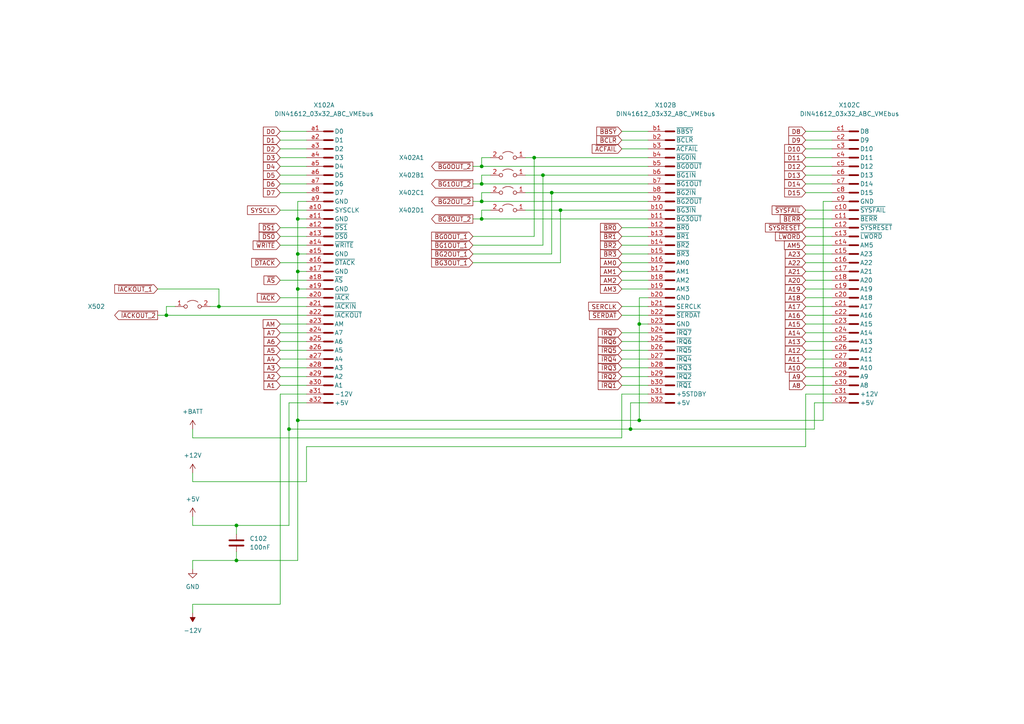
<source format=kicad_sch>
(kicad_sch (version 20211123) (generator eeschema)
  (paper "A4")
  (title_block (title "SLOT 2") (date "2024-01-03") (rev "1") (company "TOM STOREY") (comment 1 "FREE FOR NON-COMMERCIAL USE"))
  (lib_symbols
    (symbol "COMET symbols:C" (pin_numbers hide) (pin_names hide)
      (property "Reference" "C" (at 0 0 0))
      (property "Value" "C" (at 0 0 0))
      (symbol "C_0_1"
        (polyline (pts (xy -2.032 -0.762) (xy 2.032 -0.762)) (stroke (width 0.508)))
        (polyline (pts (xy -2.032 0.762) (xy 2.032 0.762)) (stroke (width 0.508)))
      )
      (symbol "C_1_1"
        (pin passive line (at 0 2.54 270) (length 1.524) (name "~") (number "1"))
        (pin passive line (at 0 -2.54 90) (length 1.524) (name "~") (number "2"))
      )
    )
    (symbol "COMET symbols:DIN41612_03x32_ABC_VMEbus" (pin_names (offset 3.048))
      (property "Reference" "X1" (at -20.32 45.72 0))
      (property "Value" "DIN41612_03x32_ABC_VMEbus" (at -20.32 43.18 0))
      (symbol "DIN41612_03x32_ABC_VMEbus_1_1"
        (polyline (pts (xy 0 -40.64) (xy 2.54 -40.64)) (stroke (width 0.508)))
        (polyline (pts (xy 0 -38.1) (xy 2.54 -38.1)) (stroke (width 0.508)))
        (polyline (pts (xy 0 -35.56) (xy 2.54 -35.56)) (stroke (width 0.508)))
        (polyline (pts (xy 0 -33.02) (xy 2.54 -33.02)) (stroke (width 0.508)))
        (polyline (pts (xy 0 -30.48) (xy 2.54 -30.48)) (stroke (width 0.508)))
        (polyline (pts (xy 0 -27.94) (xy 2.54 -27.94)) (stroke (width 0.508)))
        (polyline (pts (xy 0 -25.4) (xy 2.54 -25.4)) (stroke (width 0.508)))
        (polyline (pts (xy 0 -22.86) (xy 2.54 -22.86)) (stroke (width 0.508)))
        (polyline (pts (xy 0 -20.32) (xy 2.54 -20.32)) (stroke (width 0.508)))
        (polyline (pts (xy 0 -17.78) (xy 2.54 -17.78)) (stroke (width 0.508)))
        (polyline (pts (xy 0 -15.24) (xy 2.54 -15.24)) (stroke (width 0.508)))
        (polyline (pts (xy 0 -12.7) (xy 2.54 -12.7)) (stroke (width 0.508)))
        (polyline (pts (xy 0 -10.16) (xy 2.54 -10.16)) (stroke (width 0.508)))
        (polyline (pts (xy 0 -7.62) (xy 2.54 -7.62)) (stroke (width 0.508)))
        (polyline (pts (xy 0 -5.08) (xy 2.54 -5.08)) (stroke (width 0.508)))
        (polyline (pts (xy 0 -2.54) (xy 2.54 -2.54)) (stroke (width 0.508)))
        (polyline (pts (xy 0 0) (xy 2.54 0)) (stroke (width 0.508)))
        (polyline (pts (xy 0 2.54) (xy 2.54 2.54)) (stroke (width 0.508)))
        (polyline (pts (xy 0 5.08) (xy 2.54 5.08)) (stroke (width 0.508)))
        (polyline (pts (xy 0 7.62) (xy 2.54 7.62)) (stroke (width 0.508)))
        (polyline (pts (xy 0 10.16) (xy 2.54 10.16)) (stroke (width 0.508)))
        (polyline (pts (xy 0 12.7) (xy 2.54 12.7)) (stroke (width 0.508)))
        (polyline (pts (xy 0 15.24) (xy 2.54 15.24)) (stroke (width 0.508)))
        (polyline (pts (xy 0 17.78) (xy 2.54 17.78)) (stroke (width 0.508)))
        (polyline (pts (xy 0 20.32) (xy 2.54 20.32)) (stroke (width 0.508)))
        (polyline (pts (xy 0 22.86) (xy 2.54 22.86)) (stroke (width 0.508)))
        (polyline (pts (xy 0 25.4) (xy 2.54 25.4)) (stroke (width 0.508)))
        (polyline (pts (xy 0 27.94) (xy 2.54 27.94)) (stroke (width 0.508)))
        (polyline (pts (xy 0 30.48) (xy 2.54 30.48)) (stroke (width 0.508)))
        (polyline (pts (xy 0 33.02) (xy 2.54 33.02)) (stroke (width 0.508)))
        (polyline (pts (xy 0 35.56) (xy 2.54 35.56)) (stroke (width 0.508)))
        (polyline (pts (xy 0 38.1) (xy 2.54 38.1)) (stroke (width 0.508)))
        (pin passive line (at -5.08 38.1 0) (length 5.08) (name "D0") (number "a1"))
        (pin passive line (at -5.08 15.24 0) (length 5.08) (name "SYSCLK") (number "a10"))
        (pin passive line (at -5.08 12.7 0) (length 5.08) (name "GND") (number "a11"))
        (pin passive line (at -5.08 10.16 0) (length 5.08) (name "~{DS1}") (number "a12"))
        (pin passive line (at -5.08 7.62 0) (length 5.08) (name "~{DS0}") (number "a13"))
        (pin passive line (at -5.08 5.08 0) (length 5.08) (name "~{WRITE}") (number "a14"))
        (pin passive line (at -5.08 2.54 0) (length 5.08) (name "GND") (number "a15"))
        (pin passive line (at -5.08 0 0) (length 5.08) (name "~{DTACK}") (number "a16"))
        (pin passive line (at -5.08 -2.54 0) (length 5.08) (name "GND") (number "a17"))
        (pin passive line (at -5.08 -5.08 0) (length 5.08) (name "~{AS}") (number "a18"))
        (pin passive line (at -5.08 -7.62 0) (length 5.08) (name "GND") (number "a19"))
        (pin passive line (at -5.08 35.56 0) (length 5.08) (name "D1") (number "a2"))
        (pin passive line (at -5.08 -10.16 0) (length 5.08) (name "~{IACK}") (number "a20"))
        (pin passive line (at -5.08 -12.7 0) (length 5.08) (name "~{IACKIN}") (number "a21"))
        (pin passive line (at -5.08 -15.24 0) (length 5.08) (name "~{IACKOUT}") (number "a22"))
        (pin passive line (at -5.08 -17.78 0) (length 5.08) (name "AM") (number "a23"))
        (pin passive line (at -5.08 -20.32 0) (length 5.08) (name "A7") (number "a24"))
        (pin passive line (at -5.08 -22.86 0) (length 5.08) (name "A6") (number "a25"))
        (pin passive line (at -5.08 -25.4 0) (length 5.08) (name "A5") (number "a26"))
        (pin passive line (at -5.08 -27.94 0) (length 5.08) (name "A4") (number "a27"))
        (pin passive line (at -5.08 -30.48 0) (length 5.08) (name "A3") (number "a28"))
        (pin passive line (at -5.08 -33.02 0) (length 5.08) (name "A2") (number "a29"))
        (pin passive line (at -5.08 33.02 0) (length 5.08) (name "D2") (number "a3"))
        (pin passive line (at -5.08 -35.56 0) (length 5.08) (name "A1") (number "a30"))
        (pin passive line (at -5.08 -38.1 0) (length 5.08) (name "-12V") (number "a31"))
        (pin passive line (at -5.08 -40.64 0) (length 5.08) (name "+5V") (number "a32"))
        (pin passive line (at -5.08 30.48 0) (length 5.08) (name "D3") (number "a4"))
        (pin passive line (at -5.08 27.94 0) (length 5.08) (name "D4") (number "a5"))
        (pin passive line (at -5.08 25.4 0) (length 5.08) (name "D5") (number "a6"))
        (pin passive line (at -5.08 22.86 0) (length 5.08) (name "D6") (number "a7"))
        (pin passive line (at -5.08 20.32 0) (length 5.08) (name "D7") (number "a8"))
        (pin passive line (at -5.08 17.78 0) (length 5.08) (name "GND") (number "a9"))
      )
      (symbol "DIN41612_03x32_ABC_VMEbus_2_1"
        (polyline (pts (xy 0 -40.64) (xy 2.54 -40.64)) (stroke (width 0.508)))
        (polyline (pts (xy 0 -38.1) (xy 2.54 -38.1)) (stroke (width 0.508)))
        (polyline (pts (xy 0 -35.56) (xy 2.54 -35.56)) (stroke (width 0.508)))
        (polyline (pts (xy 0 -33.02) (xy 2.54 -33.02)) (stroke (width 0.508)))
        (polyline (pts (xy 0 -30.48) (xy 2.54 -30.48)) (stroke (width 0.508)))
        (polyline (pts (xy 0 -27.94) (xy 2.54 -27.94)) (stroke (width 0.508)))
        (polyline (pts (xy 0 -25.4) (xy 2.54 -25.4)) (stroke (width 0.508)))
        (polyline (pts (xy 0 -22.86) (xy 2.54 -22.86)) (stroke (width 0.508)))
        (polyline (pts (xy 0 -20.32) (xy 2.54 -20.32)) (stroke (width 0.508)))
        (polyline (pts (xy 0 -17.78) (xy 2.54 -17.78)) (stroke (width 0.508)))
        (polyline (pts (xy 0 -15.24) (xy 2.54 -15.24)) (stroke (width 0.508)))
        (polyline (pts (xy 0 -12.7) (xy 2.54 -12.7)) (stroke (width 0.508)))
        (polyline (pts (xy 0 -10.16) (xy 2.54 -10.16)) (stroke (width 0.508)))
        (polyline (pts (xy 0 -7.62) (xy 2.54 -7.62)) (stroke (width 0.508)))
        (polyline (pts (xy 0 -5.08) (xy 2.54 -5.08)) (stroke (width 0.508)))
        (polyline (pts (xy 0 -2.54) (xy 2.54 -2.54)) (stroke (width 0.508)))
        (polyline (pts (xy 0 0) (xy 2.54 0)) (stroke (width 0.508)))
        (polyline (pts (xy 0 2.54) (xy 2.54 2.54)) (stroke (width 0.508)))
        (polyline (pts (xy 0 5.08) (xy 2.54 5.08)) (stroke (width 0.508)))
        (polyline (pts (xy 0 7.62) (xy 2.54 7.62)) (stroke (width 0.508)))
        (polyline (pts (xy 0 10.16) (xy 2.54 10.16)) (stroke (width 0.508)))
        (polyline (pts (xy 0 12.7) (xy 2.54 12.7)) (stroke (width 0.508)))
        (polyline (pts (xy 0 15.24) (xy 2.54 15.24)) (stroke (width 0.508)))
        (polyline (pts (xy 0 17.78) (xy 2.54 17.78)) (stroke (width 0.508)))
        (polyline (pts (xy 0 20.32) (xy 2.54 20.32)) (stroke (width 0.508)))
        (polyline (pts (xy 0 22.86) (xy 2.54 22.86)) (stroke (width 0.508)))
        (polyline (pts (xy 0 25.4) (xy 2.54 25.4)) (stroke (width 0.508)))
        (polyline (pts (xy 0 27.94) (xy 2.54 27.94)) (stroke (width 0.508)))
        (polyline (pts (xy 0 30.48) (xy 2.54 30.48)) (stroke (width 0.508)))
        (polyline (pts (xy 0 33.02) (xy 2.54 33.02)) (stroke (width 0.508)))
        (polyline (pts (xy 0 35.56) (xy 2.54 35.56)) (stroke (width 0.508)))
        (polyline (pts (xy 0 38.1) (xy 2.54 38.1)) (stroke (width 0.508)))
        (pin passive line (at -5.08 38.1 0) (length 5.08) (name "~{BBSY}") (number "b1"))
        (pin passive line (at -5.08 15.24 0) (length 5.08) (name "~{BG3IN}") (number "b10"))
        (pin passive line (at -5.08 12.7 0) (length 5.08) (name "~{BG3OUT}") (number "b11"))
        (pin passive line (at -5.08 10.16 0) (length 5.08) (name "~{BR0}") (number "b12"))
        (pin passive line (at -5.08 7.62 0) (length 5.08) (name "~{BR1}") (number "b13"))
        (pin passive line (at -5.08 5.08 0) (length 5.08) (name "~{BR2}") (number "b14"))
        (pin passive line (at -5.08 2.54 0) (length 5.08) (name "~{BR3}") (number "b15"))
        (pin passive line (at -5.08 0 0) (length 5.08) (name "AM0") (number "b16"))
        (pin passive line (at -5.08 -2.54 0) (length 5.08) (name "AM1") (number "b17"))
        (pin passive line (at -5.08 -5.08 0) (length 5.08) (name "AM2") (number "b18"))
        (pin passive line (at -5.08 -7.62 0) (length 5.08) (name "AM3") (number "b19"))
        (pin passive line (at -5.08 35.56 0) (length 5.08) (name "~{BCLR}") (number "b2"))
        (pin passive line (at -5.08 -10.16 0) (length 5.08) (name "GND") (number "b20"))
        (pin passive line (at -5.08 -12.7 0) (length 5.08) (name "SERCLK") (number "b21"))
        (pin passive line (at -5.08 -15.24 0) (length 5.08) (name "~{SERDAT}") (number "b22"))
        (pin passive line (at -5.08 -17.78 0) (length 5.08) (name "GND") (number "b23"))
        (pin passive line (at -5.08 -20.32 0) (length 5.08) (name "~{IRQ7}") (number "b24"))
        (pin passive line (at -5.08 -22.86 0) (length 5.08) (name "~{IRQ6}") (number "b25"))
        (pin passive line (at -5.08 -25.4 0) (length 5.08) (name "~{IRQ5}") (number "b26"))
        (pin passive line (at -5.08 -27.94 0) (length 5.08) (name "~{IRQ4}") (number "b27"))
        (pin passive line (at -5.08 -30.48 0) (length 5.08) (name "~{IRQ3}") (number "b28"))
        (pin passive line (at -5.08 -33.02 0) (length 5.08) (name "~{IRQ2}") (number "b29"))
        (pin passive line (at -5.08 33.02 0) (length 5.08) (name "~{ACFAIL}") (number "b3"))
        (pin passive line (at -5.08 -35.56 0) (length 5.08) (name "~{IRQ1}") (number "b30"))
        (pin passive line (at -5.08 -38.1 0) (length 5.08) (name "+5STDBY") (number "b31"))
        (pin passive line (at -5.08 -40.64 0) (length 5.08) (name "+5V") (number "b32"))
        (pin passive line (at -5.08 30.48 0) (length 5.08) (name "~{BG0IN}") (number "b4"))
        (pin passive line (at -5.08 27.94 0) (length 5.08) (name "~{BG0OUT}") (number "b5"))
        (pin passive line (at -5.08 25.4 0) (length 5.08) (name "~{BG1IN}") (number "b6"))
        (pin passive line (at -5.08 22.86 0) (length 5.08) (name "~{BG1OUT}") (number "b7"))
        (pin passive line (at -5.08 20.32 0) (length 5.08) (name "~{BG2IN}") (number "b8"))
        (pin passive line (at -5.08 17.78 0) (length 5.08) (name "~{BG2OUT}") (number "b9"))
      )
      (symbol "DIN41612_03x32_ABC_VMEbus_3_1"
        (polyline (pts (xy 0 -40.64) (xy 2.54 -40.64)) (stroke (width 0.508)))
        (polyline (pts (xy 0 -38.1) (xy 2.54 -38.1)) (stroke (width 0.508)))
        (polyline (pts (xy 0 -35.56) (xy 2.54 -35.56)) (stroke (width 0.508)))
        (polyline (pts (xy 0 -33.02) (xy 2.54 -33.02)) (stroke (width 0.508)))
        (polyline (pts (xy 0 -30.48) (xy 2.54 -30.48)) (stroke (width 0.508)))
        (polyline (pts (xy 0 -27.94) (xy 2.54 -27.94)) (stroke (width 0.508)))
        (polyline (pts (xy 0 -25.4) (xy 2.54 -25.4)) (stroke (width 0.508)))
        (polyline (pts (xy 0 -22.86) (xy 2.54 -22.86)) (stroke (width 0.508)))
        (polyline (pts (xy 0 -20.32) (xy 2.54 -20.32)) (stroke (width 0.508)))
        (polyline (pts (xy 0 -17.78) (xy 2.54 -17.78)) (stroke (width 0.508)))
        (polyline (pts (xy 0 -15.24) (xy 2.54 -15.24)) (stroke (width 0.508)))
        (polyline (pts (xy 0 -12.7) (xy 2.54 -12.7)) (stroke (width 0.508)))
        (polyline (pts (xy 0 -10.16) (xy 2.54 -10.16)) (stroke (width 0.508)))
        (polyline (pts (xy 0 -7.62) (xy 2.54 -7.62)) (stroke (width 0.508)))
        (polyline (pts (xy 0 -5.08) (xy 2.54 -5.08)) (stroke (width 0.508)))
        (polyline (pts (xy 0 -2.54) (xy 2.54 -2.54)) (stroke (width 0.508)))
        (polyline (pts (xy 0 0) (xy 2.54 0)) (stroke (width 0.508)))
        (polyline (pts (xy 0 2.54) (xy 2.54 2.54)) (stroke (width 0.508)))
        (polyline (pts (xy 0 5.08) (xy 2.54 5.08)) (stroke (width 0.508)))
        (polyline (pts (xy 0 7.62) (xy 2.54 7.62)) (stroke (width 0.508)))
        (polyline (pts (xy 0 10.16) (xy 2.54 10.16)) (stroke (width 0.508)))
        (polyline (pts (xy 0 12.7) (xy 2.54 12.7)) (stroke (width 0.508)))
        (polyline (pts (xy 0 15.24) (xy 2.54 15.24)) (stroke (width 0.508)))
        (polyline (pts (xy 0 17.78) (xy 2.54 17.78)) (stroke (width 0.508)))
        (polyline (pts (xy 0 20.32) (xy 2.54 20.32)) (stroke (width 0.508)))
        (polyline (pts (xy 0 22.86) (xy 2.54 22.86)) (stroke (width 0.508)))
        (polyline (pts (xy 0 25.4) (xy 2.54 25.4)) (stroke (width 0.508)))
        (polyline (pts (xy 0 27.94) (xy 2.54 27.94)) (stroke (width 0.508)))
        (polyline (pts (xy 0 30.48) (xy 2.54 30.48)) (stroke (width 0.508)))
        (polyline (pts (xy 0 33.02) (xy 2.54 33.02)) (stroke (width 0.508)))
        (polyline (pts (xy 0 35.56) (xy 2.54 35.56)) (stroke (width 0.508)))
        (polyline (pts (xy 0 38.1) (xy 2.54 38.1)) (stroke (width 0.508)))
        (pin passive line (at -5.08 38.1 0) (length 5.08) (name "D8") (number "c1"))
        (pin passive line (at -5.08 15.24 0) (length 5.08) (name "~{SYSFAIL}") (number "c10"))
        (pin passive line (at -5.08 12.7 0) (length 5.08) (name "~{BERR}") (number "c11"))
        (pin passive line (at -5.08 10.16 0) (length 5.08) (name "~{SYSRESET}") (number "c12"))
        (pin passive line (at -5.08 7.62 0) (length 5.08) (name "~{LWORD}") (number "c13"))
        (pin passive line (at -5.08 5.08 0) (length 5.08) (name "AM5") (number "c14"))
        (pin passive line (at -5.08 2.54 0) (length 5.08) (name "A23") (number "c15"))
        (pin passive line (at -5.08 0 0) (length 5.08) (name "A22") (number "c16"))
        (pin passive line (at -5.08 -2.54 0) (length 5.08) (name "A21") (number "c17"))
        (pin passive line (at -5.08 -5.08 0) (length 5.08) (name "A20") (number "c18"))
        (pin passive line (at -5.08 -7.62 0) (length 5.08) (name "A19") (number "c19"))
        (pin passive line (at -5.08 35.56 0) (length 5.08) (name "D9") (number "c2"))
        (pin passive line (at -5.08 -10.16 0) (length 5.08) (name "A18") (number "c20"))
        (pin passive line (at -5.08 -12.7 0) (length 5.08) (name "A17") (number "c21"))
        (pin passive line (at -5.08 -15.24 0) (length 5.08) (name "A16") (number "c22"))
        (pin passive line (at -5.08 -17.78 0) (length 5.08) (name "A15") (number "c23"))
        (pin passive line (at -5.08 -20.32 0) (length 5.08) (name "A14") (number "c24"))
        (pin passive line (at -5.08 -22.86 0) (length 5.08) (name "A13") (number "c25"))
        (pin passive line (at -5.08 -25.4 0) (length 5.08) (name "A12") (number "c26"))
        (pin passive line (at -5.08 -27.94 0) (length 5.08) (name "A11") (number "c27"))
        (pin passive line (at -5.08 -30.48 0) (length 5.08) (name "A10") (number "c28"))
        (pin passive line (at -5.08 -33.02 0) (length 5.08) (name "A9") (number "c29"))
        (pin passive line (at -5.08 33.02 0) (length 5.08) (name "D10") (number "c3"))
        (pin passive line (at -5.08 -35.56 0) (length 5.08) (name "A8") (number "c30"))
        (pin passive line (at -5.08 -38.1 0) (length 5.08) (name "+12V") (number "c31"))
        (pin passive line (at -5.08 -40.64 0) (length 5.08) (name "+5V") (number "c32"))
        (pin passive line (at -5.08 30.48 0) (length 5.08) (name "D11") (number "c4"))
        (pin passive line (at -5.08 27.94 0) (length 5.08) (name "D12") (number "c5"))
        (pin passive line (at -5.08 25.4 0) (length 5.08) (name "D13") (number "c6"))
        (pin passive line (at -5.08 22.86 0) (length 5.08) (name "D14") (number "c7"))
        (pin passive line (at -5.08 20.32 0) (length 5.08) (name "D15") (number "c8"))
        (pin passive line (at -5.08 17.78 0) (length 5.08) (name "GND") (number "c9"))
      )
    )
    (symbol "Jumper:Jumper_2_Open" (pin_names (offset 0) hide)
      (property "Reference" "JP" (at 0 2.794 0))
      (property "Value" "Jumper_2_Open" (at 0 -2.286 0))
      (symbol "Jumper_2_Open_0_0"
        (circle (center -2.032 0) (radius 0.508))
        (circle (center 2.032 0) (radius 0.508))
      )
      (symbol "Jumper_2_Open_0_1"
        (arc (start 1.524 1.27) (mid 0 1.778) (end -1.524 1.27))
      )
      (symbol "Jumper_2_Open_1_1"
        (pin passive line (at -5.08 0 0) (length 2.54) (name "A") (number "1"))
        (pin passive line (at 5.08 0 180) (length 2.54) (name "B") (number "2"))
      )
    )
    (symbol "power:+12V" (power) (pin_names (offset 0))
      (property "Value" "+12V" (at 0 3.556 0))
      (symbol "+12V_0_1"
        (polyline (pts (xy -0.762 1.27) (xy 0 2.54)))
        (polyline (pts (xy 0 0) (xy 0 2.54)))
        (polyline (pts (xy 0 2.54) (xy 0.762 1.27)))
      )
      (symbol "+12V_1_1"
        (pin power_in line (at 0 0 90) (length 0) hide (name "+12V") (number "1"))
      )
    )
    (symbol "power:+5V" (power) (pin_names (offset 0))
      (property "Value" "+5V" (at 0 3.556 0))
      (symbol "+5V_0_1"
        (polyline (pts (xy -0.762 1.27) (xy 0 2.54)))
        (polyline (pts (xy 0 0) (xy 0 2.54)))
        (polyline (pts (xy 0 2.54) (xy 0.762 1.27)))
      )
      (symbol "+5V_1_1"
        (pin power_in line (at 0 0 90) (length 0) hide (name "+5V") (number "1"))
      )
    )
    (symbol "power:+BATT" (power) (pin_names (offset 0))
      (property "Value" "+BATT" (at 0 3.556 0))
      (symbol "+BATT_0_1"
        (polyline (pts (xy -0.762 1.27) (xy 0 2.54)))
        (polyline (pts (xy 0 0) (xy 0 2.54)))
        (polyline (pts (xy 0 2.54) (xy 0.762 1.27)))
      )
      (symbol "+BATT_1_1"
        (pin power_in line (at 0 0 90) (length 0) hide (name "+BATT") (number "1"))
      )
    )
    (symbol "power:-12V" (power) (pin_names (offset 0))
      (property "Value" "-12V" (at 0 3.81 0))
      (symbol "-12V_0_0"
        (pin power_in line (at 0 0 90) (length 0) hide (name "-12V") (number "1"))
      )
      (symbol "-12V_0_1"
        (polyline (pts (xy 0 0) (xy 0 1.27) (xy 0.762 1.27) (xy 0 2.54) (xy -0.762 1.27) (xy 0 1.27)) (fill (type outline)))
      )
    )
    (symbol "power:GND" (power) (pin_names (offset 0))
      (property "Value" "GND" (at 0 -3.81 0))
      (symbol "GND_0_1"
        (polyline (pts (xy 0 0) (xy 0 -1.27) (xy 1.27 -1.27) (xy 0 -2.54) (xy -1.27 -1.27) (xy 0 -1.27)))
      )
      (symbol "GND_1_1"
        (pin power_in line (at 0 0 270) (length 0) hide (name "GND") (number "1"))
      )
    )
  )
  (junction (at 157.48 50.8))
  (junction (at 63.5 88.9))
  (junction (at 86.36 83.82))
  (junction (at 139.7 58.42))
  (junction (at 139.7 63.5))
  (junction (at 86.36 63.5))
  (junction (at 48.26 91.44))
  (junction (at 154.94 45.72))
  (junction (at 139.7 53.34))
  (junction (at 86.36 78.74))
  (junction (at 139.7 48.26))
  (junction (at 185.42 93.98))
  (junction (at 185.42 121.92))
  (junction (at 83.82 124.46))
  (junction (at 160.02 55.88))
  (junction (at 162.56 60.96))
  (junction (at 86.36 73.66))
  (junction (at 68.58 152.4))
  (junction (at 182.88 124.46))
  (junction (at 68.58 162.56))
  (junction (at 86.36 121.92))
  (wire (pts (xy 238.76 58.42) (xy 238.76 121.92)))
  (wire (pts (xy 137.16 73.66) (xy 160.02 73.66)))
  (wire (pts (xy 152.4 50.8) (xy 157.48 50.8)))
  (wire (pts (xy 180.34 83.82) (xy 187.96 83.82)))
  (wire (pts (xy 233.68 106.68) (xy 241.3 106.68)))
  (wire (pts (xy 81.28 60.96) (xy 88.9 60.96)))
  (wire (pts (xy 180.34 43.18) (xy 187.96 43.18)))
  (wire (pts (xy 68.58 160.02) (xy 68.58 162.56)))
  (wire (pts (xy 137.16 53.34) (xy 139.7 53.34)))
  (wire (pts (xy 233.68 55.88) (xy 241.3 55.88)))
  (wire (pts (xy 233.68 91.44) (xy 241.3 91.44)))
  (wire (pts (xy 86.36 78.74) (xy 88.9 78.74)))
  (wire (pts (xy 81.28 106.68) (xy 88.9 106.68)))
  (wire (pts (xy 137.16 63.5) (xy 139.7 63.5)))
  (wire (pts (xy 233.68 71.12) (xy 241.3 71.12)))
  (wire (pts (xy 180.34 127) (xy 180.34 114.3)))
  (wire (pts (xy 233.68 114.3) (xy 241.3 114.3)))
  (wire (pts (xy 139.7 45.72) (xy 139.7 48.26)))
  (wire (pts (xy 81.28 50.8) (xy 88.9 50.8)))
  (wire (pts (xy 233.68 86.36) (xy 241.3 86.36)))
  (wire (pts (xy 86.36 121.92) (xy 185.42 121.92)))
  (wire (pts (xy 157.48 50.8) (xy 157.48 71.12)))
  (wire (pts (xy 60.96 88.9) (xy 63.5 88.9)))
  (wire (pts (xy 55.88 177.8) (xy 55.88 175.26)))
  (wire (pts (xy 182.88 116.84) (xy 182.88 124.46)))
  (wire (pts (xy 185.42 86.36) (xy 185.42 93.98)))
  (wire (pts (xy 81.28 93.98) (xy 88.9 93.98)))
  (wire (pts (xy 55.88 139.7) (xy 88.9 139.7)))
  (wire (pts (xy 182.88 124.46) (xy 236.22 124.46)))
  (wire (pts (xy 236.22 116.84) (xy 241.3 116.84)))
  (wire (pts (xy 180.34 71.12) (xy 187.96 71.12)))
  (wire (pts (xy 233.68 38.1) (xy 241.3 38.1)))
  (wire (pts (xy 233.68 53.34) (xy 241.3 53.34)))
  (wire (pts (xy 55.88 149.86) (xy 55.88 152.4)))
  (wire (pts (xy 185.42 93.98) (xy 187.96 93.98)))
  (wire (pts (xy 86.36 78.74) (xy 86.36 83.82)))
  (wire (pts (xy 81.28 66.04) (xy 88.9 66.04)))
  (wire (pts (xy 180.34 111.76) (xy 187.96 111.76)))
  (wire (pts (xy 233.68 104.14) (xy 241.3 104.14)))
  (wire (pts (xy 180.34 96.52) (xy 187.96 96.52)))
  (wire (pts (xy 180.34 88.9) (xy 187.96 88.9)))
  (wire (pts (xy 55.88 175.26) (xy 81.28 175.26)))
  (wire (pts (xy 139.7 60.96) (xy 142.24 60.96)))
  (wire (pts (xy 162.56 60.96) (xy 162.56 76.2)))
  (wire (pts (xy 139.7 58.42) (xy 187.96 58.42)))
  (wire (pts (xy 187.96 116.84) (xy 182.88 116.84)))
  (wire (pts (xy 55.88 137.16) (xy 55.88 139.7)))
  (wire (pts (xy 81.28 38.1) (xy 88.9 38.1)))
  (wire (pts (xy 81.28 86.36) (xy 88.9 86.36)))
  (wire (pts (xy 86.36 58.42) (xy 86.36 63.5)))
  (wire (pts (xy 160.02 55.88) (xy 160.02 73.66)))
  (wire (pts (xy 83.82 152.4) (xy 83.82 124.46)))
  (wire (pts (xy 55.88 124.46) (xy 55.88 127)))
  (wire (pts (xy 139.7 60.96) (xy 139.7 63.5)))
  (wire (pts (xy 180.34 40.64) (xy 187.96 40.64)))
  (wire (pts (xy 81.28 81.28) (xy 88.9 81.28)))
  (wire (pts (xy 142.24 55.88) (xy 139.7 55.88)))
  (wire (pts (xy 180.34 73.66) (xy 187.96 73.66)))
  (wire (pts (xy 233.68 68.58) (xy 241.3 68.58)))
  (wire (pts (xy 233.68 99.06) (xy 241.3 99.06)))
  (wire (pts (xy 233.68 101.6) (xy 241.3 101.6)))
  (wire (pts (xy 233.68 48.26) (xy 241.3 48.26)))
  (wire (pts (xy 160.02 55.88) (xy 187.96 55.88)))
  (wire (pts (xy 233.68 129.54) (xy 233.68 114.3)))
  (wire (pts (xy 81.28 43.18) (xy 88.9 43.18)))
  (wire (pts (xy 81.28 76.2) (xy 88.9 76.2)))
  (wire (pts (xy 86.36 83.82) (xy 86.36 121.92)))
  (wire (pts (xy 180.34 104.14) (xy 187.96 104.14)))
  (wire (pts (xy 152.4 45.72) (xy 154.94 45.72)))
  (wire (pts (xy 86.36 63.5) (xy 86.36 73.66)))
  (wire (pts (xy 180.34 68.58) (xy 187.96 68.58)))
  (wire (pts (xy 180.34 76.2) (xy 187.96 76.2)))
  (wire (pts (xy 142.24 50.8) (xy 139.7 50.8)))
  (wire (pts (xy 139.7 55.88) (xy 139.7 58.42)))
  (wire (pts (xy 233.68 88.9) (xy 241.3 88.9)))
  (wire (pts (xy 68.58 152.4) (xy 68.58 154.94)))
  (wire (pts (xy 152.4 55.88) (xy 160.02 55.88)))
  (wire (pts (xy 139.7 63.5) (xy 187.96 63.5)))
  (wire (pts (xy 83.82 124.46) (xy 182.88 124.46)))
  (wire (pts (xy 55.88 152.4) (xy 68.58 152.4)))
  (wire (pts (xy 81.28 48.26) (xy 88.9 48.26)))
  (wire (pts (xy 233.68 81.28) (xy 241.3 81.28)))
  (wire (pts (xy 88.9 116.84) (xy 83.82 116.84)))
  (wire (pts (xy 81.28 45.72) (xy 88.9 45.72)))
  (wire (pts (xy 63.5 88.9) (xy 63.5 83.82)))
  (wire (pts (xy 68.58 162.56) (xy 55.88 162.56)))
  (wire (pts (xy 233.68 43.18) (xy 241.3 43.18)))
  (wire (pts (xy 233.68 50.8) (xy 241.3 50.8)))
  (wire (pts (xy 233.68 45.72) (xy 241.3 45.72)))
  (wire (pts (xy 81.28 175.26) (xy 81.28 114.3)))
  (wire (pts (xy 180.34 91.44) (xy 187.96 91.44)))
  (wire (pts (xy 180.34 106.68) (xy 187.96 106.68)))
  (wire (pts (xy 83.82 116.84) (xy 83.82 124.46)))
  (wire (pts (xy 88.9 129.54) (xy 88.9 139.7)))
  (wire (pts (xy 86.36 73.66) (xy 88.9 73.66)))
  (wire (pts (xy 81.28 101.6) (xy 88.9 101.6)))
  (wire (pts (xy 48.26 91.44) (xy 88.9 91.44)))
  (wire (pts (xy 233.68 76.2) (xy 241.3 76.2)))
  (wire (pts (xy 68.58 152.4) (xy 83.82 152.4)))
  (wire (pts (xy 139.7 50.8) (xy 139.7 53.34)))
  (wire (pts (xy 142.24 45.72) (xy 139.7 45.72)))
  (wire (pts (xy 137.16 71.12) (xy 157.48 71.12)))
  (wire (pts (xy 86.36 162.56) (xy 68.58 162.56)))
  (wire (pts (xy 180.34 81.28) (xy 187.96 81.28)))
  (wire (pts (xy 241.3 58.42) (xy 238.76 58.42)))
  (wire (pts (xy 86.36 73.66) (xy 86.36 78.74)))
  (wire (pts (xy 81.28 104.14) (xy 88.9 104.14)))
  (wire (pts (xy 81.28 96.52) (xy 88.9 96.52)))
  (wire (pts (xy 139.7 53.34) (xy 187.96 53.34)))
  (wire (pts (xy 81.28 53.34) (xy 88.9 53.34)))
  (wire (pts (xy 180.34 66.04) (xy 187.96 66.04)))
  (wire (pts (xy 88.9 58.42) (xy 86.36 58.42)))
  (wire (pts (xy 55.88 162.56) (xy 55.88 165.1)))
  (wire (pts (xy 233.68 40.64) (xy 241.3 40.64)))
  (wire (pts (xy 180.34 109.22) (xy 187.96 109.22)))
  (wire (pts (xy 88.9 129.54) (xy 233.68 129.54)))
  (wire (pts (xy 233.68 78.74) (xy 241.3 78.74)))
  (wire (pts (xy 233.68 93.98) (xy 241.3 93.98)))
  (wire (pts (xy 180.34 101.6) (xy 187.96 101.6)))
  (wire (pts (xy 81.28 68.58) (xy 88.9 68.58)))
  (wire (pts (xy 45.72 91.44) (xy 48.26 91.44)))
  (wire (pts (xy 137.16 58.42) (xy 139.7 58.42)))
  (wire (pts (xy 81.28 40.64) (xy 88.9 40.64)))
  (wire (pts (xy 233.68 60.96) (xy 241.3 60.96)))
  (wire (pts (xy 233.68 96.52) (xy 241.3 96.52)))
  (wire (pts (xy 154.94 45.72) (xy 187.96 45.72)))
  (wire (pts (xy 152.4 60.96) (xy 162.56 60.96)))
  (wire (pts (xy 233.68 66.04) (xy 241.3 66.04)))
  (wire (pts (xy 81.28 114.3) (xy 88.9 114.3)))
  (wire (pts (xy 86.36 63.5) (xy 88.9 63.5)))
  (wire (pts (xy 81.28 111.76) (xy 88.9 111.76)))
  (wire (pts (xy 185.42 121.92) (xy 238.76 121.92)))
  (wire (pts (xy 233.68 63.5) (xy 241.3 63.5)))
  (wire (pts (xy 45.72 83.82) (xy 63.5 83.82)))
  (wire (pts (xy 233.68 111.76) (xy 241.3 111.76)))
  (wire (pts (xy 180.34 78.74) (xy 187.96 78.74)))
  (wire (pts (xy 233.68 83.82) (xy 241.3 83.82)))
  (wire (pts (xy 157.48 50.8) (xy 187.96 50.8)))
  (wire (pts (xy 139.7 48.26) (xy 187.96 48.26)))
  (wire (pts (xy 86.36 83.82) (xy 88.9 83.82)))
  (wire (pts (xy 236.22 124.46) (xy 236.22 116.84)))
  (wire (pts (xy 187.96 86.36) (xy 185.42 86.36)))
  (wire (pts (xy 55.88 127) (xy 180.34 127)))
  (wire (pts (xy 81.28 71.12) (xy 88.9 71.12)))
  (wire (pts (xy 63.5 88.9) (xy 88.9 88.9)))
  (wire (pts (xy 233.68 73.66) (xy 241.3 73.66)))
  (wire (pts (xy 233.68 109.22) (xy 241.3 109.22)))
  (wire (pts (xy 81.28 55.88) (xy 88.9 55.88)))
  (wire (pts (xy 81.28 99.06) (xy 88.9 99.06)))
  (wire (pts (xy 162.56 60.96) (xy 187.96 60.96)))
  (wire (pts (xy 50.8 88.9) (xy 48.26 88.9)))
  (wire (pts (xy 86.36 121.92) (xy 86.36 162.56)))
  (wire (pts (xy 137.16 68.58) (xy 154.94 68.58)))
  (wire (pts (xy 81.28 109.22) (xy 88.9 109.22)))
  (wire (pts (xy 180.34 99.06) (xy 187.96 99.06)))
  (wire (pts (xy 185.42 93.98) (xy 185.42 121.92)))
  (wire (pts (xy 180.34 114.3) (xy 187.96 114.3)))
  (wire (pts (xy 137.16 76.2) (xy 162.56 76.2)))
  (wire (pts (xy 137.16 48.26) (xy 139.7 48.26)))
  (wire (pts (xy 180.34 38.1) (xy 187.96 38.1)))
  (wire (pts (xy 154.94 45.72) (xy 154.94 68.58)))
  (wire (pts (xy 48.26 88.9) (xy 48.26 91.44)))
  (global_label "D5" (shape input) (at 81.28 50.8 180) (property "Intersheet References" "${INTERSHEET_REFS}" (effects hide)))
  (global_label "~{BR0}" (shape input) (at 180.34 66.04 180) (property "Intersheet References" "${INTERSHEET_REFS}" (effects hide)))
  (global_label "A14" (shape input) (at 233.68 96.52 180) (property "Intersheet References" "${INTERSHEET_REFS}" (effects hide)))
  (global_label "~{WRITE}" (shape input) (at 81.28 71.12 180) (property "Intersheet References" "${INTERSHEET_REFS}" (effects hide)))
  (global_label "A1" (shape input) (at 81.28 111.76 180) (property "Intersheet References" "${INTERSHEET_REFS}" (effects hide)))
  (global_label "D14" (shape input) (at 233.68 53.34 180) (property "Intersheet References" "${INTERSHEET_REFS}" (effects hide)))
  (global_label "A13" (shape input) (at 233.68 99.06 180) (property "Intersheet References" "${INTERSHEET_REFS}" (effects hide)))
  (global_label "~{IACKOUT_1}" (shape input) (at 45.72 83.82 180) (property "Intersheet References" "${INTERSHEET_REFS}" (effects hide)))
  (global_label "~{BCLR}" (shape input) (at 180.34 40.64 180) (property "Intersheet References" "${INTERSHEET_REFS}" (effects hide)))
  (global_label "A23" (shape input) (at 233.68 73.66 180) (property "Intersheet References" "${INTERSHEET_REFS}" (effects hide)))
  (global_label "A21" (shape input) (at 233.68 78.74 180) (property "Intersheet References" "${INTERSHEET_REFS}" (effects hide)))
  (global_label "~{BG1OUT_2}" (shape output) (at 137.16 53.34 180) (property "Intersheet References" "${INTERSHEET_REFS}" (effects hide)))
  (global_label "~{IRQ1}" (shape input) (at 180.34 111.76 180) (property "Intersheet References" "${INTERSHEET_REFS}" (effects hide)))
  (global_label "AM3" (shape input) (at 180.34 83.82 180) (property "Intersheet References" "${INTERSHEET_REFS}" (effects hide)))
  (global_label "D4" (shape input) (at 81.28 48.26 180) (property "Intersheet References" "${INTERSHEET_REFS}" (effects hide)))
  (global_label "AM" (shape input) (at 81.28 93.98 180) (property "Intersheet References" "${INTERSHEET_REFS}" (effects hide)))
  (global_label "~{BG3OUT_1}" (shape input) (at 137.16 76.2 180) (property "Intersheet References" "${INTERSHEET_REFS}" (effects hide)))
  (global_label "~{BBSY}" (shape input) (at 180.34 38.1 180) (property "Intersheet References" "${INTERSHEET_REFS}" (effects hide)))
  (global_label "~{BG3OUT_2}" (shape output) (at 137.16 63.5 180) (property "Intersheet References" "${INTERSHEET_REFS}" (effects hide)))
  (global_label "~{SYSRESET}" (shape input) (at 233.68 66.04 180) (property "Intersheet References" "${INTERSHEET_REFS}" (effects hide)))
  (global_label "A3" (shape input) (at 81.28 106.68 180) (property "Intersheet References" "${INTERSHEET_REFS}" (effects hide)))
  (global_label "A20" (shape input) (at 233.68 81.28 180) (property "Intersheet References" "${INTERSHEET_REFS}" (effects hide)))
  (global_label "~{BG0OUT_1}" (shape input) (at 137.16 68.58 180) (property "Intersheet References" "${INTERSHEET_REFS}" (effects hide)))
  (global_label "~{BR1}" (shape input) (at 180.34 68.58 180) (property "Intersheet References" "${INTERSHEET_REFS}" (effects hide)))
  (global_label "~{IRQ7}" (shape input) (at 180.34 96.52 180) (property "Intersheet References" "${INTERSHEET_REFS}" (effects hide)))
  (global_label "D0" (shape input) (at 81.28 38.1 180) (property "Intersheet References" "${INTERSHEET_REFS}" (effects hide)))
  (global_label "A17" (shape input) (at 233.68 88.9 180) (property "Intersheet References" "${INTERSHEET_REFS}" (effects hide)))
  (global_label "D8" (shape input) (at 233.68 38.1 180) (property "Intersheet References" "${INTERSHEET_REFS}" (effects hide)))
  (global_label "D12" (shape input) (at 233.68 48.26 180) (property "Intersheet References" "${INTERSHEET_REFS}" (effects hide)))
  (global_label "~{IACK}" (shape input) (at 81.28 86.36 180) (property "Intersheet References" "${INTERSHEET_REFS}" (effects hide)))
  (global_label "A10" (shape input) (at 233.68 106.68 180) (property "Intersheet References" "${INTERSHEET_REFS}" (effects hide)))
  (global_label "AM1" (shape input) (at 180.34 78.74 180) (property "Intersheet References" "${INTERSHEET_REFS}" (effects hide)))
  (global_label "~{BG0OUT_2}" (shape output) (at 137.16 48.26 180) (property "Intersheet References" "${INTERSHEET_REFS}" (effects hide)))
  (global_label "A5" (shape input) (at 81.28 101.6 180) (property "Intersheet References" "${INTERSHEET_REFS}" (effects hide)))
  (global_label "~{DS1}" (shape input) (at 81.28 66.04 180) (property "Intersheet References" "${INTERSHEET_REFS}" (effects hide)))
  (global_label "~{DS0}" (shape input) (at 81.28 68.58 180) (property "Intersheet References" "${INTERSHEET_REFS}" (effects hide)))
  (global_label "SERCLK" (shape input) (at 180.34 88.9 180) (property "Intersheet References" "${INTERSHEET_REFS}" (effects hide)))
  (global_label "~{LWORD}" (shape input) (at 233.68 68.58 180) (property "Intersheet References" "${INTERSHEET_REFS}" (effects hide)))
  (global_label "D3" (shape input) (at 81.28 45.72 180) (property "Intersheet References" "${INTERSHEET_REFS}" (effects hide)))
  (global_label "~{DTACK}" (shape input) (at 81.28 76.2 180) (property "Intersheet References" "${INTERSHEET_REFS}" (effects hide)))
  (global_label "A18" (shape input) (at 233.68 86.36 180) (property "Intersheet References" "${INTERSHEET_REFS}" (effects hide)))
  (global_label "~{SERDAT}" (shape input) (at 180.34 91.44 180) (property "Intersheet References" "${INTERSHEET_REFS}" (effects hide)))
  (global_label "~{BR2}" (shape input) (at 180.34 71.12 180) (property "Intersheet References" "${INTERSHEET_REFS}" (effects hide)))
  (global_label "~{BERR}" (shape input) (at 233.68 63.5 180) (property "Intersheet References" "${INTERSHEET_REFS}" (effects hide)))
  (global_label "SYSCLK" (shape input) (at 81.28 60.96 180) (property "Intersheet References" "${INTERSHEET_REFS}" (effects hide)))
  (global_label "A15" (shape input) (at 233.68 93.98 180) (property "Intersheet References" "${INTERSHEET_REFS}" (effects hide)))
  (global_label "D9" (shape input) (at 233.68 40.64 180) (property "Intersheet References" "${INTERSHEET_REFS}" (effects hide)))
  (global_label "~{IRQ2}" (shape input) (at 180.34 109.22 180) (property "Intersheet References" "${INTERSHEET_REFS}" (effects hide)))
  (global_label "A19" (shape input) (at 233.68 83.82 180) (property "Intersheet References" "${INTERSHEET_REFS}" (effects hide)))
  (global_label "D2" (shape input) (at 81.28 43.18 180) (property "Intersheet References" "${INTERSHEET_REFS}" (effects hide)))
  (global_label "A9" (shape input) (at 233.68 109.22 180) (property "Intersheet References" "${INTERSHEET_REFS}" (effects hide)))
  (global_label "~{BG2OUT_1}" (shape input) (at 137.16 73.66 180) (property "Intersheet References" "${INTERSHEET_REFS}" (effects hide)))
  (global_label "D7" (shape input) (at 81.28 55.88 180) (property "Intersheet References" "${INTERSHEET_REFS}" (effects hide)))
  (global_label "AM5" (shape input) (at 233.68 71.12 180) (property "Intersheet References" "${INTERSHEET_REFS}" (effects hide)))
  (global_label "A16" (shape input) (at 233.68 91.44 180) (property "Intersheet References" "${INTERSHEET_REFS}" (effects hide)))
  (global_label "~{BG1OUT_1}" (shape input) (at 137.16 71.12 180) (property "Intersheet References" "${INTERSHEET_REFS}" (effects hide)))
  (global_label "D6" (shape input) (at 81.28 53.34 180) (property "Intersheet References" "${INTERSHEET_REFS}" (effects hide)))
  (global_label "~{IRQ5}" (shape input) (at 180.34 101.6 180) (property "Intersheet References" "${INTERSHEET_REFS}" (effects hide)))
  (global_label "D15" (shape input) (at 233.68 55.88 180) (property "Intersheet References" "${INTERSHEET_REFS}" (effects hide)))
  (global_label "~{ACFAIL}" (shape input) (at 180.34 43.18 180) (property "Intersheet References" "${INTERSHEET_REFS}" (effects hide)))
  (global_label "~{BR3}" (shape input) (at 180.34 73.66 180) (property "Intersheet References" "${INTERSHEET_REFS}" (effects hide)))
  (global_label "A2" (shape input) (at 81.28 109.22 180) (property "Intersheet References" "${INTERSHEET_REFS}" (effects hide)))
  (global_label "A11" (shape input) (at 233.68 104.14 180) (property "Intersheet References" "${INTERSHEET_REFS}" (effects hide)))
  (global_label "D13" (shape input) (at 233.68 50.8 180) (property "Intersheet References" "${INTERSHEET_REFS}" (effects hide)))
  (global_label "~{AS}" (shape input) (at 81.28 81.28 180) (property "Intersheet References" "${INTERSHEET_REFS}" (effects hide)))
  (global_label "A12" (shape input) (at 233.68 101.6 180) (property "Intersheet References" "${INTERSHEET_REFS}" (effects hide)))
  (global_label "AM0" (shape input) (at 180.34 76.2 180) (property "Intersheet References" "${INTERSHEET_REFS}" (effects hide)))
  (global_label "AM2" (shape input) (at 180.34 81.28 180) (property "Intersheet References" "${INTERSHEET_REFS}" (effects hide)))
  (global_label "D11" (shape input) (at 233.68 45.72 180) (property "Intersheet References" "${INTERSHEET_REFS}" (effects hide)))
  (global_label "A4" (shape input) (at 81.28 104.14 180) (property "Intersheet References" "${INTERSHEET_REFS}" (effects hide)))
  (global_label "~{IRQ4}" (shape input) (at 180.34 104.14 180) (property "Intersheet References" "${INTERSHEET_REFS}" (effects hide)))
  (global_label "A22" (shape input) (at 233.68 76.2 180) (property "Intersheet References" "${INTERSHEET_REFS}" (effects hide)))
  (global_label "D10" (shape input) (at 233.68 43.18 180) (property "Intersheet References" "${INTERSHEET_REFS}" (effects hide)))
  (global_label "A6" (shape input) (at 81.28 99.06 180) (property "Intersheet References" "${INTERSHEET_REFS}" (effects hide)))
  (global_label "~{SYSFAIL}" (shape input) (at 233.68 60.96 180) (property "Intersheet References" "${INTERSHEET_REFS}" (effects hide)))
  (global_label "A8" (shape input) (at 233.68 111.76 180) (property "Intersheet References" "${INTERSHEET_REFS}" (effects hide)))
  (global_label "D1" (shape input) (at 81.28 40.64 180) (property "Intersheet References" "${INTERSHEET_REFS}" (effects hide)))
  (global_label "~{IRQ3}" (shape input) (at 180.34 106.68 180) (property "Intersheet References" "${INTERSHEET_REFS}" (effects hide)))
  (global_label "~{IACKOUT_2}" (shape output) (at 45.72 91.44 180) (property "Intersheet References" "${INTERSHEET_REFS}" (effects hide)))
  (global_label "~{BG2OUT_2}" (shape output) (at 137.16 58.42 180) (property "Intersheet References" "${INTERSHEET_REFS}" (effects hide)))
  (global_label "A7" (shape input) (at 81.28 96.52 180) (property "Intersheet References" "${INTERSHEET_REFS}" (effects hide)))
  (global_label "~{IRQ6}" (shape input) (at 180.34 99.06 180) (property "Intersheet References" "${INTERSHEET_REFS}" (effects hide)))
  (symbol (lib_id "power:+12V") (at 55.88 137.16 0) (unit 1)
    (property "Reference" "#PWR0130" (effects hide))
    (property "Value" "+12V" (at 55.88 132.08 0))
  )
  (symbol (lib_id "power:+5V") (at 55.88 149.86 0) (unit 1)
    (property "Reference" "#PWR0128" (effects hide))
    (property "Value" "+5V" (at 55.88 144.78 0))
  )
  (symbol (lib_id "COMET symbols:C") (at 68.58 157.48 0) (unit 1)
    (property "Reference" "C102" (at 72.39 156.2099 0) (effects (justify left)))
    (property "Value" "100nF" (at 72.39 158.7499 0) (effects (justify left)))
    (property "Footprint" "Capacitor_THT:C_Disc_D4.3mm_W1.9mm_P5.00mm" (effects hide))
  )
  (symbol (lib_id "power:+BATT") (at 55.88 124.46 0) (unit 1)
    (property "Reference" "#PWR0129" (effects hide))
    (property "Value" "+BATT" (at 55.88 119.38 0))
  )
  (symbol (lib_id "Jumper:Jumper_2_Open") (at 147.32 50.8 0) (mirror y) (unit 1)
    (property "Reference" "X402B1" (at 119.38 50.8 0))
    (property "Value" "Jumper_2_Open" (effects hide))
    (property "Footprint" "Connector_PinHeader_2.54mm:PinHeader_1x02_P2.54mm_Vertical" (effects hide))
  )
  (symbol (lib_id "Jumper:Jumper_2_Open") (at 147.32 60.96 0) (mirror y) (unit 1)
    (property "Reference" "X402D1" (at 119.38 60.96 0))
    (property "Value" "Jumper_2_Open" (effects hide))
    (property "Footprint" "Connector_PinHeader_2.54mm:PinHeader_1x02_P2.54mm_Vertical" (effects hide))
  )
  (symbol (lib_id "power:-12V") (at 55.88 177.8 180) (unit 1)
    (property "Reference" "#PWR0126" (effects hide))
    (property "Value" "-12V" (at 55.88 182.88 0))
  )
  (symbol (lib_id "Jumper:Jumper_2_Open") (at 147.32 45.72 0) (mirror y) (unit 1)
    (property "Reference" "X402A1" (at 119.38 45.72 0))
    (property "Value" "Jumper_2_Open" (effects hide))
    (property "Footprint" "Connector_PinHeader_2.54mm:PinHeader_1x02_P2.54mm_Vertical" (effects hide))
  )
  (symbol (lib_id "power:GND") (at 55.88 165.1 0) (unit 1)
    (property "Reference" "#PWR0127" (effects hide))
    (property "Value" "GND" (at 55.88 170.18 0))
  )
  (symbol (lib_id "Jumper:Jumper_2_Open") (at 147.32 55.88 0) (mirror y) (unit 1)
    (property "Reference" "X402C1" (at 119.38 55.88 0))
    (property "Value" "Jumper_2_Open" (effects hide))
    (property "Footprint" "Connector_PinHeader_2.54mm:PinHeader_1x02_P2.54mm_Vertical" (effects hide))
  )
  (symbol (lib_id "COMET symbols:DIN41612_03x32_ABC_VMEbus") (at 93.98 76.2 0) (unit 1)
    (property "Reference" "X102" (at 93.98 30.48 0))
    (property "Value" "DIN41612_03x32_ABC_VMEbus" (at 93.98 33.02 0))
    (property "Footprint" "COMET footprints:Connector_DIN41612_C_3x32_Female_Vertical_THT" (effects hide))
  )
  (symbol (lib_id "COMET symbols:DIN41612_03x32_ABC_VMEbus") (at 246.38 76.2 0) (unit 3)
    (property "Reference" "X102" (at 246.38 30.48 0))
    (property "Value" "DIN41612_03x32_ABC_VMEbus" (at 246.38 33.02 0))
    (property "Footprint" "COMET footprints:Connector_DIN41612_C_3x32_Female_Vertical_THT" (effects hide))
  )
  (symbol (lib_id "Jumper:Jumper_2_Open") (at 55.88 88.9 0) (unit 1)
    (property "Reference" "X502" (at 27.94 88.9 0))
    (property "Value" "Jumper_2_Open" (effects hide))
    (property "Footprint" "Connector_PinHeader_2.54mm:PinHeader_1x02_P2.54mm_Vertical" (effects hide))
  )
  (symbol (lib_id "COMET symbols:DIN41612_03x32_ABC_VMEbus") (at 193.04 76.2 0) (unit 2)
    (property "Reference" "X102" (at 193.04 30.48 0))
    (property "Value" "DIN41612_03x32_ABC_VMEbus" (at 193.04 33.02 0))
    (property "Footprint" "COMET footprints:Connector_DIN41612_C_3x32_Female_Vertical_THT" (effects hide))
  )
)
</source>
